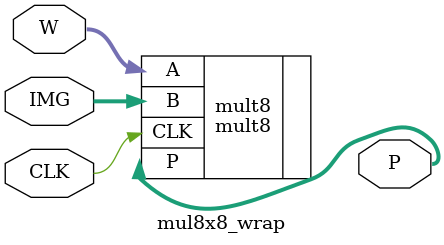
<source format=v>
module mul8x8_wrap
  (
   input CLK,
   input [7:0] W,
   input [7:0] IMG,
   output [7:0] P
   );

   mult8 mult8
     (
      .CLK(CLK),
      .A(W),
      .B(IMG),
      .P(P)
      );
   
   

endmodule // mul8x8_wrap

</source>
